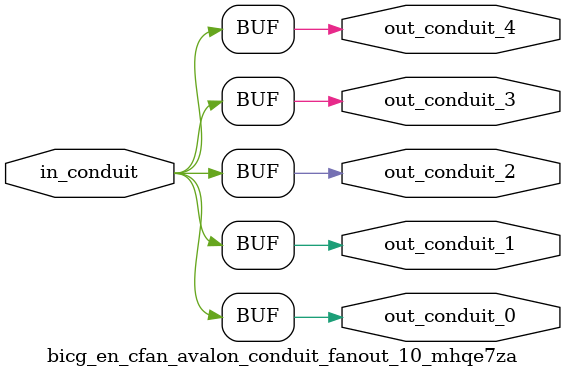
<source format=sv>


 


// --------------------------------------------------------------------------------
//| Avalon Conduit Fan-Out
// --------------------------------------------------------------------------------

// ------------------------------------------
// Generation parameters:
//   output_name:       bicg_en_cfan_avalon_conduit_fanout_10_mhqe7za
//   numFanOut:         5
//   
// ------------------------------------------

module bicg_en_cfan_avalon_conduit_fanout_10_mhqe7za (     

// Interface: out_conduit_0
 output                    out_conduit_0,
// Interface: out_conduit_1
 output                    out_conduit_1,
// Interface: out_conduit_2
 output                    out_conduit_2,
// Interface: out_conduit_3
 output                    out_conduit_3,
// Interface: out_conduit_4
 output                    out_conduit_4,

// Interface: in_conduit
 input                   in_conduit

);

   assign  out_conduit_0 = in_conduit;
   assign  out_conduit_1 = in_conduit;
   assign  out_conduit_2 = in_conduit;
   assign  out_conduit_3 = in_conduit;
   assign  out_conduit_4 = in_conduit;

endmodule //


</source>
